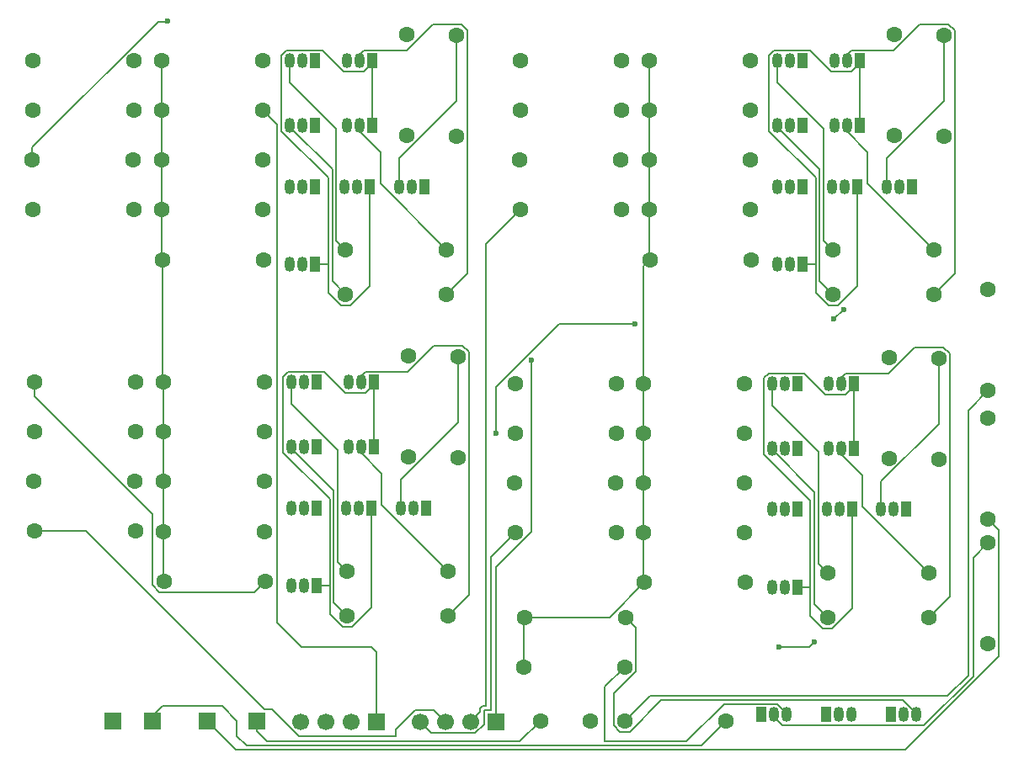
<source format=gbr>
%TF.GenerationSoftware,KiCad,Pcbnew,9.0.7*%
%TF.CreationDate,2026-01-14T18:58:22+00:00*%
%TF.ProjectId,reg,7265672e-6b69-4636-9164-5f7063625858,rev?*%
%TF.SameCoordinates,Original*%
%TF.FileFunction,Copper,L2,Bot*%
%TF.FilePolarity,Positive*%
%FSLAX46Y46*%
G04 Gerber Fmt 4.6, Leading zero omitted, Abs format (unit mm)*
G04 Created by KiCad (PCBNEW 9.0.7) date 2026-01-14 18:58:22*
%MOMM*%
%LPD*%
G01*
G04 APERTURE LIST*
%TA.AperFunction,ComponentPad*%
%ADD10C,1.700000*%
%TD*%
%TA.AperFunction,ComponentPad*%
%ADD11R,1.700000X1.700000*%
%TD*%
%TA.AperFunction,ComponentPad*%
%ADD12C,1.600000*%
%TD*%
%TA.AperFunction,ComponentPad*%
%ADD13O,1.050000X1.500000*%
%TD*%
%TA.AperFunction,ComponentPad*%
%ADD14R,1.050000X1.500000*%
%TD*%
%TA.AperFunction,ViaPad*%
%ADD15C,0.600000*%
%TD*%
%TA.AperFunction,Conductor*%
%ADD16C,0.200000*%
%TD*%
G04 APERTURE END LIST*
D10*
%TO.P,DATA_OUT,4,Pin_4*%
%TO.N,/DFlipFlop3/Q*%
X43380000Y-93000000D03*
%TO.P,DATA_OUT,3,Pin_3*%
%TO.N,/DFlipFlop2/Q*%
X45920000Y-93000000D03*
%TO.P,DATA_OUT,2,Pin_2*%
%TO.N,/DFlipFlop1/Q*%
X48460000Y-93000000D03*
D11*
%TO.P,DATA_OUT,1,Pin_1*%
%TO.N,/DFlipFlop/Q*%
X51000000Y-93000000D03*
%TD*%
D12*
%TO.P,R510,2*%
%TO.N,/DFlipFlop3/Q*%
X88040000Y-64000000D03*
%TO.P,R510,1*%
%TO.N,+5V*%
X77880000Y-64000000D03*
%TD*%
D13*
%TO.P,Q507,3,C*%
%TO.N,Net-(Q507-C)*%
X90770000Y-59000000D03*
%TO.P,Q507,2,B*%
%TO.N,Net-(Q507-B)*%
X92040000Y-59000000D03*
D14*
%TO.P,Q507,1,E*%
%TO.N,Net-(Q507-E)*%
X93310000Y-59000000D03*
%TD*%
D13*
%TO.P,Q506,3,C*%
%TO.N,Net-(Q505-E)*%
X96500000Y-65500000D03*
%TO.P,Q506,2,B*%
%TO.N,Net-(Q506-B)*%
X97770000Y-65500000D03*
D14*
%TO.P,Q506,1,E*%
%TO.N,GND*%
X99040000Y-65500000D03*
%TD*%
D12*
%TO.P,R504,2*%
%TO.N,Net-(Q502-B)*%
X75040000Y-68950000D03*
%TO.P,R504,1*%
%TO.N,/DFlipFlop3/D*%
X64880000Y-68950000D03*
%TD*%
%TO.P,R503,2*%
%TO.N,Net-(Q504-B)*%
X75120000Y-59000000D03*
%TO.P,R503,1*%
%TO.N,Net-(Q501-C)*%
X64960000Y-59000000D03*
%TD*%
%TO.P,R509,2*%
%TO.N,Net-(Q506-B)*%
X106540000Y-78000000D03*
%TO.P,R509,1*%
%TO.N,Net-(Q507-C)*%
X96380000Y-78000000D03*
%TD*%
%TO.P,R508,2*%
%TO.N,Net-(Q505-B)*%
X107540000Y-66580000D03*
%TO.P,R508,1*%
%TO.N,Net-(Q502-C)*%
X107540000Y-56420000D03*
%TD*%
%TO.P,R513,2*%
%TO.N,Net-(Q507-C)*%
X88040000Y-59000000D03*
%TO.P,R513,1*%
%TO.N,+5V*%
X77880000Y-59000000D03*
%TD*%
%TO.P,R501,2*%
%TO.N,Net-(Q501-C)*%
X88120000Y-79000000D03*
%TO.P,R501,1*%
%TO.N,+5V*%
X77960000Y-79000000D03*
%TD*%
%TO.P,R512,2*%
%TO.N,Net-(Q508-B)*%
X106540000Y-82500000D03*
%TO.P,R512,1*%
%TO.N,/DFlipFlop3/Q*%
X96380000Y-82500000D03*
%TD*%
%TO.P,R506,2*%
%TO.N,Net-(Q502-C)*%
X88040000Y-74000000D03*
%TO.P,R506,1*%
%TO.N,+5V*%
X77880000Y-74000000D03*
%TD*%
%TO.P,R502,2*%
%TO.N,Net-(Q501-B)*%
X75120000Y-73950000D03*
%TO.P,R502,1*%
%TO.N,/DFlipFlop3/D*%
X64960000Y-73950000D03*
%TD*%
%TO.P,R511,2*%
%TO.N,Net-(Q507-B)*%
X102540000Y-56340000D03*
%TO.P,R511,1*%
%TO.N,Net-(Q504-C)*%
X102540000Y-66500000D03*
%TD*%
D13*
%TO.P,Q505,3,C*%
%TO.N,/DFlipFlop3/Q*%
X90770000Y-65500000D03*
%TO.P,Q505,2,B*%
%TO.N,Net-(Q505-B)*%
X92040000Y-65500000D03*
D14*
%TO.P,Q505,1,E*%
%TO.N,Net-(Q505-E)*%
X93310000Y-65500000D03*
%TD*%
D13*
%TO.P,Q508,3,C*%
%TO.N,Net-(Q507-E)*%
X96500000Y-59000000D03*
%TO.P,Q508,2,B*%
%TO.N,Net-(Q508-B)*%
X97770000Y-59000000D03*
D14*
%TO.P,Q508,1,E*%
%TO.N,GND*%
X99040000Y-59000000D03*
%TD*%
D13*
%TO.P,Q503,3,C*%
%TO.N,Net-(Q502-E)*%
X96270000Y-71640000D03*
%TO.P,Q503,2,B*%
%TO.N,Net-(Q503-B)*%
X97540000Y-71640000D03*
D14*
%TO.P,Q503,1,E*%
%TO.N,GND*%
X98810000Y-71640000D03*
%TD*%
D13*
%TO.P,Q502,3,C*%
%TO.N,Net-(Q502-C)*%
X101770000Y-71640000D03*
%TO.P,Q502,2,B*%
%TO.N,Net-(Q502-B)*%
X103040000Y-71640000D03*
D14*
%TO.P,Q502,1,E*%
%TO.N,Net-(Q502-E)*%
X104310000Y-71640000D03*
%TD*%
D12*
%TO.P,R505,2*%
%TO.N,Net-(Q503-B)*%
X75120000Y-63950000D03*
%TO.P,R505,1*%
%TO.N,WRITE_EN*%
X64960000Y-63950000D03*
%TD*%
D13*
%TO.P,Q504,3,C*%
%TO.N,Net-(Q504-C)*%
X90770000Y-71640000D03*
%TO.P,Q504,2,B*%
%TO.N,Net-(Q504-B)*%
X92040000Y-71640000D03*
D14*
%TO.P,Q504,1,E*%
%TO.N,Net-(Q502-E)*%
X93310000Y-71640000D03*
%TD*%
D13*
%TO.P,Q501,3,C*%
%TO.N,Net-(Q501-C)*%
X90770000Y-79500000D03*
%TO.P,Q501,2,B*%
%TO.N,Net-(Q501-B)*%
X92040000Y-79500000D03*
D14*
%TO.P,Q501,1,E*%
%TO.N,GND*%
X93310000Y-79500000D03*
%TD*%
D12*
%TO.P,R507,2*%
%TO.N,Net-(Q504-C)*%
X88040000Y-69000000D03*
%TO.P,R507,1*%
%TO.N,+5V*%
X77880000Y-69000000D03*
%TD*%
%TO.P,R304,1*%
%TO.N,/DFlipFlop1/D*%
X65420000Y-36450000D03*
%TO.P,R304,2*%
%TO.N,Net-(Q302-B)*%
X75580000Y-36450000D03*
%TD*%
%TO.P,R101,1*%
%TO.N,Net-(C101-Pad2)*%
X76000000Y-92920000D03*
%TO.P,R101,2*%
%TO.N,GND*%
X86160000Y-92920000D03*
%TD*%
%TO.P,R209,1*%
%TO.N,Net-(Q207-C)*%
X47920000Y-45500000D03*
%TO.P,R209,2*%
%TO.N,Net-(Q206-B)*%
X58080000Y-45500000D03*
%TD*%
%TO.P,R212,1*%
%TO.N,/DFlipFlop/Q*%
X47920000Y-50000000D03*
%TO.P,R212,2*%
%TO.N,Net-(Q208-B)*%
X58080000Y-50000000D03*
%TD*%
D14*
%TO.P,Q404,1,E*%
%TO.N,Net-(Q402-E)*%
X44992000Y-71485000D03*
D13*
%TO.P,Q404,2,B*%
%TO.N,Net-(Q404-B)*%
X43722000Y-71485000D03*
%TO.P,Q404,3,C*%
%TO.N,Net-(Q404-C)*%
X42452000Y-71485000D03*
%TD*%
D11*
%TO.P,CLK,1,Pin_1*%
%TO.N,Net-(J101-Pin_1)*%
X39000000Y-92920000D03*
%TD*%
D14*
%TO.P,Q206,1,E*%
%TO.N,GND*%
X50580000Y-33000000D03*
D13*
%TO.P,Q206,2,B*%
%TO.N,Net-(Q206-B)*%
X49310000Y-33000000D03*
%TO.P,Q206,3,C*%
%TO.N,Net-(Q205-E)*%
X48040000Y-33000000D03*
%TD*%
D12*
%TO.P,R208,1*%
%TO.N,Net-(Q202-C)*%
X59080000Y-23920000D03*
%TO.P,R208,2*%
%TO.N,Net-(Q205-B)*%
X59080000Y-34080000D03*
%TD*%
D14*
%TO.P,Q305,1,E*%
%TO.N,Net-(Q305-E)*%
X93850000Y-33000000D03*
D13*
%TO.P,Q305,2,B*%
%TO.N,Net-(Q305-B)*%
X92580000Y-33000000D03*
%TO.P,Q305,3,C*%
%TO.N,/DFlipFlop1/Q*%
X91310000Y-33000000D03*
%TD*%
D12*
%TO.P,R201,1*%
%TO.N,+5V*%
X29500000Y-46500000D03*
%TO.P,R201,2*%
%TO.N,Net-(Q201-C)*%
X39660000Y-46500000D03*
%TD*%
%TO.P,R102,1*%
%TO.N,Net-(C101-Pad2)*%
X112500000Y-59660000D03*
%TO.P,R102,2*%
%TO.N,Net-(Q101-B)*%
X112500000Y-49500000D03*
%TD*%
D11*
%TO.P,WR_EN,1,Pin_1*%
%TO.N,Net-(J102-Pin_1)*%
X34000000Y-92920000D03*
%TD*%
D12*
%TO.P,R307,1*%
%TO.N,+5V*%
X78420000Y-36500000D03*
%TO.P,R307,2*%
%TO.N,Net-(Q304-C)*%
X88580000Y-36500000D03*
%TD*%
%TO.P,R413,1*%
%TO.N,+5V*%
X29562000Y-58845000D03*
%TO.P,R413,2*%
%TO.N,Net-(Q407-C)*%
X39722000Y-58845000D03*
%TD*%
%TO.P,R412,1*%
%TO.N,/DFlipFlop2/Q*%
X48062000Y-82345000D03*
%TO.P,R412,2*%
%TO.N,Net-(Q408-B)*%
X58222000Y-82345000D03*
%TD*%
%TO.P,R411,1*%
%TO.N,Net-(Q404-C)*%
X54222000Y-66345000D03*
%TO.P,R411,2*%
%TO.N,Net-(Q407-B)*%
X54222000Y-56185000D03*
%TD*%
D14*
%TO.P,Q204,1,E*%
%TO.N,Net-(Q202-E)*%
X44850000Y-39140000D03*
D13*
%TO.P,Q204,2,B*%
%TO.N,Net-(Q204-B)*%
X43580000Y-39140000D03*
%TO.P,Q204,3,C*%
%TO.N,Net-(Q204-C)*%
X42310000Y-39140000D03*
%TD*%
D12*
%TO.P,R204,1*%
%TO.N,/DFlipFlop/D*%
X16420000Y-36450000D03*
%TO.P,R204,2*%
%TO.N,Net-(Q202-B)*%
X26580000Y-36450000D03*
%TD*%
%TO.P,R305,1*%
%TO.N,WRITE_EN*%
X65500000Y-31450000D03*
%TO.P,R305,2*%
%TO.N,Net-(Q303-B)*%
X75660000Y-31450000D03*
%TD*%
%TO.P,R313,1*%
%TO.N,+5V*%
X78420000Y-26500000D03*
%TO.P,R313,2*%
%TO.N,Net-(Q307-C)*%
X88580000Y-26500000D03*
%TD*%
D14*
%TO.P,Q101,1,E*%
%TO.N,Net-(Q101-E)*%
X102730000Y-92280000D03*
D13*
%TO.P,Q101,2,B*%
%TO.N,Net-(Q101-B)*%
X104000000Y-92280000D03*
%TO.P,Q101,3,C*%
%TO.N,Net-(Q101-C)*%
X105270000Y-92280000D03*
%TD*%
D12*
%TO.P,R213,1*%
%TO.N,+5V*%
X29420000Y-26500000D03*
%TO.P,R213,2*%
%TO.N,Net-(Q207-C)*%
X39580000Y-26500000D03*
%TD*%
%TO.P,R301,1*%
%TO.N,+5V*%
X78500000Y-46500000D03*
%TO.P,R301,2*%
%TO.N,Net-(Q301-C)*%
X88660000Y-46500000D03*
%TD*%
%TO.P,R207,1*%
%TO.N,+5V*%
X29420000Y-36500000D03*
%TO.P,R207,2*%
%TO.N,Net-(Q204-C)*%
X39580000Y-36500000D03*
%TD*%
D14*
%TO.P,Q408,1,E*%
%TO.N,GND*%
X50722000Y-58845000D03*
D13*
%TO.P,Q408,2,B*%
%TO.N,Net-(Q408-B)*%
X49452000Y-58845000D03*
%TO.P,Q408,3,C*%
%TO.N,Net-(Q407-E)*%
X48182000Y-58845000D03*
%TD*%
D14*
%TO.P,Q207,1,E*%
%TO.N,Net-(Q207-E)*%
X44850000Y-26500000D03*
D13*
%TO.P,Q207,2,B*%
%TO.N,Net-(Q207-B)*%
X43580000Y-26500000D03*
%TO.P,Q207,3,C*%
%TO.N,Net-(Q207-C)*%
X42310000Y-26500000D03*
%TD*%
D12*
%TO.P,C101,1*%
%TO.N,Net-(J101-Pin_1)*%
X67500000Y-92920000D03*
%TO.P,C101,2*%
%TO.N,Net-(C101-Pad2)*%
X72500000Y-92920000D03*
%TD*%
%TO.P,R406,1*%
%TO.N,+5V*%
X29562000Y-73845000D03*
%TO.P,R406,2*%
%TO.N,Net-(Q402-C)*%
X39722000Y-73845000D03*
%TD*%
D14*
%TO.P,Q205,1,E*%
%TO.N,Net-(Q205-E)*%
X44850000Y-33000000D03*
D13*
%TO.P,Q205,2,B*%
%TO.N,Net-(Q205-B)*%
X43580000Y-33000000D03*
%TO.P,Q205,3,C*%
%TO.N,/DFlipFlop/Q*%
X42310000Y-33000000D03*
%TD*%
D12*
%TO.P,R410,1*%
%TO.N,+5V*%
X29562000Y-63845000D03*
%TO.P,R410,2*%
%TO.N,/DFlipFlop2/Q*%
X39722000Y-63845000D03*
%TD*%
D14*
%TO.P,Q302,1,E*%
%TO.N,Net-(Q302-E)*%
X104850000Y-39140000D03*
D13*
%TO.P,Q302,2,B*%
%TO.N,Net-(Q302-B)*%
X103580000Y-39140000D03*
%TO.P,Q302,3,C*%
%TO.N,Net-(Q302-C)*%
X102310000Y-39140000D03*
%TD*%
D12*
%TO.P,R205,1*%
%TO.N,WRITE_EN*%
X16500000Y-31450000D03*
%TO.P,R205,2*%
%TO.N,Net-(Q203-B)*%
X26660000Y-31450000D03*
%TD*%
%TO.P,R409,1*%
%TO.N,Net-(Q407-C)*%
X48062000Y-77845000D03*
%TO.P,R409,2*%
%TO.N,Net-(Q406-B)*%
X58222000Y-77845000D03*
%TD*%
D14*
%TO.P,Q303,1,E*%
%TO.N,GND*%
X99350000Y-39140000D03*
D13*
%TO.P,Q303,2,B*%
%TO.N,Net-(Q303-B)*%
X98080000Y-39140000D03*
%TO.P,Q303,3,C*%
%TO.N,Net-(Q302-E)*%
X96810000Y-39140000D03*
%TD*%
D14*
%TO.P,Q103,1,E*%
%TO.N,GND*%
X89730000Y-92280000D03*
D13*
%TO.P,Q103,2,B*%
%TO.N,Net-(Q103-B)*%
X91000000Y-92280000D03*
%TO.P,Q103,3,C*%
%TO.N,WRITE_EN*%
X92270000Y-92280000D03*
%TD*%
D14*
%TO.P,Q401,1,E*%
%TO.N,GND*%
X44992000Y-79345000D03*
D13*
%TO.P,Q401,2,B*%
%TO.N,Net-(Q401-B)*%
X43722000Y-79345000D03*
%TO.P,Q401,3,C*%
%TO.N,Net-(Q401-C)*%
X42452000Y-79345000D03*
%TD*%
D12*
%TO.P,R308,1*%
%TO.N,Net-(Q302-C)*%
X108080000Y-23920000D03*
%TO.P,R308,2*%
%TO.N,Net-(Q305-B)*%
X108080000Y-34080000D03*
%TD*%
D14*
%TO.P,Q403,1,E*%
%TO.N,GND*%
X50492000Y-71485000D03*
D13*
%TO.P,Q403,2,B*%
%TO.N,Net-(Q403-B)*%
X49222000Y-71485000D03*
%TO.P,Q403,3,C*%
%TO.N,Net-(Q402-E)*%
X47952000Y-71485000D03*
%TD*%
D12*
%TO.P,R106,1*%
%TO.N,+5V*%
X65840000Y-87500000D03*
%TO.P,R106,2*%
%TO.N,WRITE_EN*%
X76000000Y-87500000D03*
%TD*%
%TO.P,R105,1*%
%TO.N,Net-(Q101-C)*%
X112500000Y-85160000D03*
%TO.P,R105,2*%
%TO.N,Net-(Q103-B)*%
X112500000Y-75000000D03*
%TD*%
D14*
%TO.P,Q203,1,E*%
%TO.N,GND*%
X50350000Y-39140000D03*
D13*
%TO.P,Q203,2,B*%
%TO.N,Net-(Q203-B)*%
X49080000Y-39140000D03*
%TO.P,Q203,3,C*%
%TO.N,Net-(Q202-E)*%
X47810000Y-39140000D03*
%TD*%
D12*
%TO.P,R309,1*%
%TO.N,Net-(Q307-C)*%
X96920000Y-45500000D03*
%TO.P,R309,2*%
%TO.N,Net-(Q306-B)*%
X107080000Y-45500000D03*
%TD*%
%TO.P,R302,1*%
%TO.N,/DFlipFlop1/D*%
X65500000Y-41450000D03*
%TO.P,R302,2*%
%TO.N,Net-(Q301-B)*%
X75660000Y-41450000D03*
%TD*%
%TO.P,R312,1*%
%TO.N,/DFlipFlop1/Q*%
X96920000Y-50000000D03*
%TO.P,R312,2*%
%TO.N,Net-(Q308-B)*%
X107080000Y-50000000D03*
%TD*%
D14*
%TO.P,Q307,1,E*%
%TO.N,Net-(Q307-E)*%
X93850000Y-26500000D03*
D13*
%TO.P,Q307,2,B*%
%TO.N,Net-(Q307-B)*%
X92580000Y-26500000D03*
%TO.P,Q307,3,C*%
%TO.N,Net-(Q307-C)*%
X91310000Y-26500000D03*
%TD*%
D12*
%TO.P,R404,1*%
%TO.N,/DFlipFlop2/D*%
X16562000Y-68795000D03*
%TO.P,R404,2*%
%TO.N,Net-(Q402-B)*%
X26722000Y-68795000D03*
%TD*%
D14*
%TO.P,Q201,1,E*%
%TO.N,GND*%
X44850000Y-47000000D03*
D13*
%TO.P,Q201,2,B*%
%TO.N,Net-(Q201-B)*%
X43580000Y-47000000D03*
%TO.P,Q201,3,C*%
%TO.N,Net-(Q201-C)*%
X42310000Y-47000000D03*
%TD*%
D14*
%TO.P,Q306,1,E*%
%TO.N,GND*%
X99580000Y-33000000D03*
D13*
%TO.P,Q306,2,B*%
%TO.N,Net-(Q306-B)*%
X98310000Y-33000000D03*
%TO.P,Q306,3,C*%
%TO.N,Net-(Q305-E)*%
X97040000Y-33000000D03*
%TD*%
D11*
%TO.P,GND,1,Pin_1*%
%TO.N,GND*%
X28500000Y-92920000D03*
%TD*%
%TO.P,DATA_IN,1,Pin_1*%
%TO.N,/DFlipFlop/D*%
X63000000Y-93000000D03*
D10*
%TO.P,DATA_IN,2,Pin_2*%
%TO.N,/DFlipFlop1/D*%
X60460000Y-93000000D03*
%TO.P,DATA_IN,3,Pin_3*%
%TO.N,/DFlipFlop2/D*%
X57920000Y-93000000D03*
%TO.P,DATA_IN,4,Pin_4*%
%TO.N,/DFlipFlop3/D*%
X55380000Y-93000000D03*
%TD*%
D14*
%TO.P,Q308,1,E*%
%TO.N,GND*%
X99580000Y-26500000D03*
D13*
%TO.P,Q308,2,B*%
%TO.N,Net-(Q308-B)*%
X98310000Y-26500000D03*
%TO.P,Q308,3,C*%
%TO.N,Net-(Q307-E)*%
X97040000Y-26500000D03*
%TD*%
D14*
%TO.P,Q102,1,E*%
%TO.N,GND*%
X96230000Y-92280000D03*
D13*
%TO.P,Q102,2,B*%
%TO.N,Net-(Q102-B)*%
X97500000Y-92280000D03*
%TO.P,Q102,3,C*%
%TO.N,Net-(Q101-E)*%
X98770000Y-92280000D03*
%TD*%
D12*
%TO.P,R206,1*%
%TO.N,+5V*%
X29420000Y-41500000D03*
%TO.P,R206,2*%
%TO.N,Net-(Q202-C)*%
X39580000Y-41500000D03*
%TD*%
D14*
%TO.P,Q406,1,E*%
%TO.N,GND*%
X50722000Y-65345000D03*
D13*
%TO.P,Q406,2,B*%
%TO.N,Net-(Q406-B)*%
X49452000Y-65345000D03*
%TO.P,Q406,3,C*%
%TO.N,Net-(Q405-E)*%
X48182000Y-65345000D03*
%TD*%
D12*
%TO.P,R403,1*%
%TO.N,Net-(Q401-C)*%
X16642000Y-58845000D03*
%TO.P,R403,2*%
%TO.N,Net-(Q404-B)*%
X26802000Y-58845000D03*
%TD*%
%TO.P,R407,1*%
%TO.N,+5V*%
X29562000Y-68845000D03*
%TO.P,R407,2*%
%TO.N,Net-(Q404-C)*%
X39722000Y-68845000D03*
%TD*%
D14*
%TO.P,Q402,1,E*%
%TO.N,Net-(Q402-E)*%
X55992000Y-71485000D03*
D13*
%TO.P,Q402,2,B*%
%TO.N,Net-(Q402-B)*%
X54722000Y-71485000D03*
%TO.P,Q402,3,C*%
%TO.N,Net-(Q402-C)*%
X53452000Y-71485000D03*
%TD*%
D14*
%TO.P,Q407,1,E*%
%TO.N,Net-(Q407-E)*%
X44992000Y-58845000D03*
D13*
%TO.P,Q407,2,B*%
%TO.N,Net-(Q407-B)*%
X43722000Y-58845000D03*
%TO.P,Q407,3,C*%
%TO.N,Net-(Q407-C)*%
X42452000Y-58845000D03*
%TD*%
D14*
%TO.P,Q301,1,E*%
%TO.N,GND*%
X93850000Y-47000000D03*
D13*
%TO.P,Q301,2,B*%
%TO.N,Net-(Q301-B)*%
X92580000Y-47000000D03*
%TO.P,Q301,3,C*%
%TO.N,Net-(Q301-C)*%
X91310000Y-47000000D03*
%TD*%
D14*
%TO.P,Q202,1,E*%
%TO.N,Net-(Q202-E)*%
X55850000Y-39140000D03*
D13*
%TO.P,Q202,2,B*%
%TO.N,Net-(Q202-B)*%
X54580000Y-39140000D03*
%TO.P,Q202,3,C*%
%TO.N,Net-(Q202-C)*%
X53310000Y-39140000D03*
%TD*%
D12*
%TO.P,R303,1*%
%TO.N,Net-(Q301-C)*%
X65500000Y-26500000D03*
%TO.P,R303,2*%
%TO.N,Net-(Q304-B)*%
X75660000Y-26500000D03*
%TD*%
%TO.P,R103,1*%
%TO.N,Net-(J102-Pin_1)*%
X112500000Y-72580000D03*
%TO.P,R103,2*%
%TO.N,Net-(Q102-B)*%
X112500000Y-62420000D03*
%TD*%
%TO.P,R306,1*%
%TO.N,+5V*%
X78420000Y-41500000D03*
%TO.P,R306,2*%
%TO.N,Net-(Q302-C)*%
X88580000Y-41500000D03*
%TD*%
%TO.P,R202,1*%
%TO.N,/DFlipFlop/D*%
X16500000Y-41450000D03*
%TO.P,R202,2*%
%TO.N,Net-(Q201-B)*%
X26660000Y-41450000D03*
%TD*%
%TO.P,R203,1*%
%TO.N,Net-(Q201-C)*%
X16500000Y-26500000D03*
%TO.P,R203,2*%
%TO.N,Net-(Q204-B)*%
X26660000Y-26500000D03*
%TD*%
D14*
%TO.P,Q208,1,E*%
%TO.N,GND*%
X50580000Y-26500000D03*
D13*
%TO.P,Q208,2,B*%
%TO.N,Net-(Q208-B)*%
X49310000Y-26500000D03*
%TO.P,Q208,3,C*%
%TO.N,Net-(Q207-E)*%
X48040000Y-26500000D03*
%TD*%
D12*
%TO.P,R311,1*%
%TO.N,Net-(Q304-C)*%
X103080000Y-34000000D03*
%TO.P,R311,2*%
%TO.N,Net-(Q307-B)*%
X103080000Y-23840000D03*
%TD*%
D11*
%TO.P,+5V,1,Pin_1*%
%TO.N,+5V*%
X24500000Y-92920000D03*
%TD*%
D12*
%TO.P,R401,1*%
%TO.N,+5V*%
X29642000Y-78845000D03*
%TO.P,R401,2*%
%TO.N,Net-(Q401-C)*%
X39802000Y-78845000D03*
%TD*%
%TO.P,R104,1*%
%TO.N,+5V*%
X65920000Y-82500000D03*
%TO.P,R104,2*%
%TO.N,Net-(Q101-C)*%
X76080000Y-82500000D03*
%TD*%
%TO.P,R211,1*%
%TO.N,Net-(Q204-C)*%
X54080000Y-34000000D03*
%TO.P,R211,2*%
%TO.N,Net-(Q207-B)*%
X54080000Y-23840000D03*
%TD*%
%TO.P,R408,1*%
%TO.N,Net-(Q402-C)*%
X59222000Y-56265000D03*
%TO.P,R408,2*%
%TO.N,Net-(Q405-B)*%
X59222000Y-66425000D03*
%TD*%
%TO.P,R310,1*%
%TO.N,+5V*%
X78420000Y-31500000D03*
%TO.P,R310,2*%
%TO.N,/DFlipFlop1/Q*%
X88580000Y-31500000D03*
%TD*%
D14*
%TO.P,Q405,1,E*%
%TO.N,Net-(Q405-E)*%
X44992000Y-65345000D03*
D13*
%TO.P,Q405,2,B*%
%TO.N,Net-(Q405-B)*%
X43722000Y-65345000D03*
%TO.P,Q405,3,C*%
%TO.N,/DFlipFlop2/Q*%
X42452000Y-65345000D03*
%TD*%
D14*
%TO.P,Q304,1,E*%
%TO.N,Net-(Q302-E)*%
X93850000Y-39140000D03*
D13*
%TO.P,Q304,2,B*%
%TO.N,Net-(Q304-B)*%
X92580000Y-39140000D03*
%TO.P,Q304,3,C*%
%TO.N,Net-(Q304-C)*%
X91310000Y-39140000D03*
%TD*%
D12*
%TO.P,R210,1*%
%TO.N,+5V*%
X29420000Y-31500000D03*
%TO.P,R210,2*%
%TO.N,/DFlipFlop/Q*%
X39580000Y-31500000D03*
%TD*%
%TO.P,R402,1*%
%TO.N,/DFlipFlop2/D*%
X16642000Y-73795000D03*
%TO.P,R402,2*%
%TO.N,Net-(Q401-B)*%
X26802000Y-73795000D03*
%TD*%
%TO.P,R405,1*%
%TO.N,WRITE_EN*%
X16642000Y-63795000D03*
%TO.P,R405,2*%
%TO.N,Net-(Q403-B)*%
X26802000Y-63795000D03*
%TD*%
D15*
%TO.N,/DFlipFlop3/Q*%
X95000000Y-85000000D03*
X91500000Y-85500000D03*
%TO.N,/DFlipFlop1/Q*%
X98000000Y-51500000D03*
X97000000Y-52500000D03*
X77000000Y-53000000D03*
X63000000Y-64000000D03*
%TO.N,/DFlipFlop/D*%
X30000000Y-22500000D03*
X66601000Y-56601000D03*
%TD*%
D16*
%TO.N,Net-(Q508-B)*%
X108641000Y-80399000D02*
X108641000Y-55963950D01*
X106540000Y-82500000D02*
X108641000Y-80399000D01*
%TO.N,+5V*%
X74460000Y-82500000D02*
X77960000Y-79000000D01*
X65920000Y-82500000D02*
X74460000Y-82500000D01*
X65840000Y-82580000D02*
X65920000Y-82500000D01*
X65840000Y-87500000D02*
X65840000Y-82580000D01*
%TO.N,/DFlipFlop3/Q*%
X94500000Y-85500000D02*
X95000000Y-85000000D01*
X91500000Y-85500000D02*
X94500000Y-85500000D01*
%TO.N,/DFlipFlop1/Q*%
X97000000Y-52500000D02*
X98000000Y-51500000D01*
X69352057Y-53000000D02*
X77000000Y-53000000D01*
X63000000Y-59352057D02*
X69352057Y-53000000D01*
X63000000Y-64000000D02*
X63000000Y-59352057D01*
%TO.N,/DFlipFlop/Q*%
X51000000Y-86000000D02*
X51000000Y-93000000D01*
X50500000Y-85500000D02*
X51000000Y-86000000D01*
X41002000Y-83002000D02*
X41002000Y-32922000D01*
X43500000Y-85500000D02*
X41002000Y-83002000D01*
X50500000Y-85500000D02*
X43500000Y-85500000D01*
X41002000Y-32922000D02*
X39580000Y-31500000D01*
%TO.N,/DFlipFlop/D*%
X66601000Y-73866050D02*
X63000000Y-77467050D01*
X66601000Y-56601000D02*
X66601000Y-73866050D01*
X63000000Y-77467050D02*
X63000000Y-93000000D01*
X29948525Y-22551475D02*
X30000000Y-22500000D01*
X29051475Y-22551475D02*
X29948525Y-22551475D01*
X29051475Y-22551475D02*
X16420000Y-35182950D01*
%TO.N,/DFlipFlop1/D*%
X62000000Y-44950000D02*
X65500000Y-41450000D01*
X62000000Y-91448000D02*
X62000000Y-44950000D01*
X61448000Y-91682900D02*
X61682900Y-91448000D01*
X61448000Y-92012000D02*
X61448000Y-91682900D01*
X61682900Y-91448000D02*
X62000000Y-91448000D01*
X60460000Y-93000000D02*
X61448000Y-92012000D01*
%TO.N,/DFlipFlop3/D*%
X62500000Y-76410000D02*
X64960000Y-73950000D01*
X62500000Y-91849000D02*
X62500000Y-76410000D01*
X61849000Y-93238760D02*
X61849000Y-91849000D01*
X60936760Y-94151000D02*
X61849000Y-93238760D01*
X55380000Y-93000000D02*
X56531000Y-94151000D01*
X56531000Y-94151000D02*
X60936760Y-94151000D01*
X61849000Y-91849000D02*
X62500000Y-91849000D01*
%TO.N,Net-(J101-Pin_1)*%
X40040000Y-95000000D02*
X39000000Y-93960000D01*
X65420000Y-95000000D02*
X40040000Y-95000000D01*
X67500000Y-92920000D02*
X65420000Y-95000000D01*
X39000000Y-93960000D02*
X39000000Y-92920000D01*
%TO.N,/DFlipFlop/D*%
X16420000Y-35182950D02*
X16420000Y-36450000D01*
%TO.N,Net-(Q401-C)*%
X38701000Y-79946000D02*
X39802000Y-78845000D01*
X29185950Y-79946000D02*
X38701000Y-79946000D01*
X16642000Y-60272050D02*
X28461000Y-72091050D01*
X28461000Y-72091050D02*
X28461000Y-79221050D01*
X16642000Y-58845000D02*
X16642000Y-60272050D01*
X28461000Y-79221050D02*
X29185950Y-79946000D01*
%TO.N,+5V*%
X77880000Y-47120000D02*
X78500000Y-46500000D01*
X77880000Y-59000000D02*
X77880000Y-47120000D01*
X29500000Y-46500000D02*
X29500000Y-58783000D01*
X29500000Y-58783000D02*
X29562000Y-58845000D01*
%TO.N,Net-(Q101-C)*%
X77101000Y-83521000D02*
X76080000Y-82500000D01*
X77101000Y-87956050D02*
X77101000Y-83521000D01*
X74899000Y-90158050D02*
X77101000Y-87956050D01*
X75521000Y-94021000D02*
X74899000Y-93399000D01*
X76456050Y-94021000D02*
X75521000Y-94021000D01*
X103941140Y-90828000D02*
X79649050Y-90828000D01*
X105270000Y-92156860D02*
X103941140Y-90828000D01*
X74899000Y-93399000D02*
X74899000Y-90158050D01*
X105270000Y-92280000D02*
X105270000Y-92156860D01*
X79649050Y-90828000D02*
X76456050Y-94021000D01*
%TO.N,WRITE_EN*%
X91342140Y-91229000D02*
X92270000Y-92156860D01*
X92270000Y-92156860D02*
X92270000Y-92280000D01*
X82190750Y-95000000D02*
X85961750Y-91229000D01*
X85961750Y-91229000D02*
X91342140Y-91229000D01*
X74000000Y-95000000D02*
X82190750Y-95000000D01*
X74000000Y-89500000D02*
X74000000Y-95000000D01*
X76000000Y-87500000D02*
X74000000Y-89500000D01*
%TO.N,/DFlipFlop3/Q*%
X96380000Y-82500000D02*
X95043000Y-81163000D01*
X95043000Y-69896140D02*
X90770000Y-65623140D01*
X90770000Y-65623140D02*
X90770000Y-65500000D01*
%TO.N,GND*%
X96157860Y-60051000D02*
X98214000Y-60051000D01*
X98810000Y-81627050D02*
X96836050Y-83601000D01*
X94642000Y-79500000D02*
X94642000Y-70765140D01*
X89944000Y-66067140D02*
X89944000Y-58432860D01*
X90427860Y-57949000D02*
X94055860Y-57949000D01*
X99040000Y-59225000D02*
X99040000Y-59000000D01*
X94642000Y-70765140D02*
X89944000Y-66067140D01*
%TO.N,/DFlipFlop3/Q*%
X95043000Y-81163000D02*
X95043000Y-69896140D01*
%TO.N,GND*%
X96836050Y-83601000D02*
X95923950Y-83601000D01*
X95923950Y-83601000D02*
X94642000Y-82319050D01*
X89944000Y-58432860D02*
X90427860Y-57949000D01*
X98214000Y-60051000D02*
X99040000Y-59225000D01*
X94642000Y-82319050D02*
X94642000Y-79500000D01*
%TO.N,Net-(Q502-C)*%
X107540000Y-63057050D02*
X101770000Y-68827050D01*
X107540000Y-56420000D02*
X107540000Y-63057050D01*
%TO.N,GND*%
X98810000Y-71640000D02*
X98810000Y-81627050D01*
X99040000Y-59000000D02*
X99040000Y-65500000D01*
X93310000Y-79500000D02*
X94642000Y-79500000D01*
%TO.N,Net-(Q502-C)*%
X101770000Y-68827050D02*
X101770000Y-71640000D01*
%TO.N,GND*%
X94055860Y-57949000D02*
X96157860Y-60051000D01*
%TO.N,+5V*%
X77880000Y-59000000D02*
X77880000Y-78920000D01*
%TO.N,Net-(Q508-B)*%
X107996050Y-55319000D02*
X105118050Y-55319000D01*
%TO.N,Net-(Q507-C)*%
X95444000Y-65837140D02*
X95444000Y-77064000D01*
X90770000Y-59000000D02*
X90770000Y-61163140D01*
%TO.N,Net-(Q506-B)*%
X99866000Y-68203000D02*
X97770000Y-66107000D01*
X97770000Y-66107000D02*
X97770000Y-65500000D01*
%TO.N,Net-(Q508-B)*%
X98214000Y-57949000D02*
X97770000Y-58393000D01*
X108641000Y-55963950D02*
X107996050Y-55319000D01*
X102488050Y-57949000D02*
X98214000Y-57949000D01*
%TO.N,Net-(Q507-C)*%
X90770000Y-61163140D02*
X95444000Y-65837140D01*
X95444000Y-77064000D02*
X96380000Y-78000000D01*
%TO.N,Net-(Q508-B)*%
X97770000Y-58393000D02*
X97770000Y-59000000D01*
X105118050Y-55319000D02*
X102488050Y-57949000D01*
%TO.N,+5V*%
X77880000Y-78920000D02*
X77960000Y-79000000D01*
%TO.N,Net-(Q506-B)*%
X99866000Y-71326000D02*
X99866000Y-68203000D01*
X106540000Y-78000000D02*
X99866000Y-71326000D01*
%TO.N,+5V*%
X29562000Y-58845000D02*
X29562000Y-78765000D01*
X29562000Y-78765000D02*
X29642000Y-78845000D01*
%TO.N,Net-(Q408-B)*%
X60323000Y-55808950D02*
X59678050Y-55164000D01*
X60323000Y-80244000D02*
X60323000Y-55808950D01*
X54170050Y-57794000D02*
X49896000Y-57794000D01*
X59678050Y-55164000D02*
X56800050Y-55164000D01*
X56800050Y-55164000D02*
X54170050Y-57794000D01*
X49896000Y-57794000D02*
X49452000Y-58238000D01*
X58222000Y-82345000D02*
X60323000Y-80244000D01*
X49452000Y-58238000D02*
X49452000Y-58845000D01*
%TO.N,Net-(Q407-C)*%
X47126000Y-65682140D02*
X47126000Y-76909000D01*
X42452000Y-58845000D02*
X42452000Y-61008140D01*
X47126000Y-76909000D02*
X48062000Y-77845000D01*
X42452000Y-61008140D02*
X47126000Y-65682140D01*
%TO.N,Net-(Q406-B)*%
X58222000Y-77845000D02*
X51548000Y-71171000D01*
X51548000Y-71171000D02*
X51548000Y-68048000D01*
X49452000Y-65952000D02*
X49452000Y-65345000D01*
X51548000Y-68048000D02*
X49452000Y-65952000D01*
%TO.N,Net-(Q402-C)*%
X59222000Y-56265000D02*
X59222000Y-62902050D01*
X59222000Y-62902050D02*
X53452000Y-68672050D01*
X53452000Y-68672050D02*
X53452000Y-71485000D01*
%TO.N,GND*%
X45737860Y-57794000D02*
X47839860Y-59896000D01*
X50722000Y-58845000D02*
X50722000Y-65345000D01*
X49896000Y-59896000D02*
X50722000Y-59070000D01*
X44992000Y-79345000D02*
X46324000Y-79345000D01*
X41626000Y-58277860D02*
X42109860Y-57794000D01*
X50492000Y-71485000D02*
X50492000Y-81472050D01*
X46324000Y-82164050D02*
X46324000Y-79345000D01*
X50492000Y-81472050D02*
X48518050Y-83446000D01*
X47605950Y-83446000D02*
X46324000Y-82164050D01*
X46324000Y-70610140D02*
X41626000Y-65912140D01*
X47839860Y-59896000D02*
X49896000Y-59896000D01*
X42109860Y-57794000D02*
X45737860Y-57794000D01*
X41626000Y-65912140D02*
X41626000Y-58277860D01*
X46324000Y-79345000D02*
X46324000Y-70610140D01*
X50722000Y-59070000D02*
X50722000Y-58845000D01*
X48518050Y-83446000D02*
X47605950Y-83446000D01*
%TO.N,/DFlipFlop2/Q*%
X42452000Y-65468140D02*
X42452000Y-65345000D01*
X46725000Y-81008000D02*
X46725000Y-69741140D01*
X46725000Y-69741140D02*
X42452000Y-65468140D01*
X48062000Y-82345000D02*
X46725000Y-81008000D01*
%TO.N,+5V*%
X78420000Y-26500000D02*
X78420000Y-46420000D01*
X78420000Y-46420000D02*
X78500000Y-46500000D01*
%TO.N,Net-(Q308-B)*%
X109181000Y-23463950D02*
X108536050Y-22819000D01*
X109181000Y-47899000D02*
X109181000Y-23463950D01*
X103028050Y-25449000D02*
X98754000Y-25449000D01*
X108536050Y-22819000D02*
X105658050Y-22819000D01*
X105658050Y-22819000D02*
X103028050Y-25449000D01*
X98754000Y-25449000D02*
X98310000Y-25893000D01*
X107080000Y-50000000D02*
X109181000Y-47899000D01*
X98310000Y-25893000D02*
X98310000Y-26500000D01*
%TO.N,Net-(Q307-C)*%
X95984000Y-33337140D02*
X95984000Y-44564000D01*
X91310000Y-26500000D02*
X91310000Y-28663140D01*
X95984000Y-44564000D02*
X96920000Y-45500000D01*
X91310000Y-28663140D02*
X95984000Y-33337140D01*
%TO.N,Net-(Q306-B)*%
X107080000Y-45500000D02*
X100406000Y-38826000D01*
X100406000Y-38826000D02*
X100406000Y-35703000D01*
X98310000Y-33607000D02*
X98310000Y-33000000D01*
X100406000Y-35703000D02*
X98310000Y-33607000D01*
%TO.N,Net-(Q302-C)*%
X108080000Y-23920000D02*
X108080000Y-30557050D01*
X108080000Y-30557050D02*
X102310000Y-36327050D01*
X102310000Y-36327050D02*
X102310000Y-39140000D01*
%TO.N,GND*%
X94595860Y-25449000D02*
X96697860Y-27551000D01*
X99580000Y-26500000D02*
X99580000Y-33000000D01*
X98754000Y-27551000D02*
X99580000Y-26725000D01*
X93850000Y-47000000D02*
X95182000Y-47000000D01*
X90484000Y-25932860D02*
X90967860Y-25449000D01*
X99350000Y-39140000D02*
X99350000Y-49127050D01*
X95182000Y-49819050D02*
X95182000Y-47000000D01*
X99350000Y-49127050D02*
X97376050Y-51101000D01*
X96463950Y-51101000D02*
X95182000Y-49819050D01*
X95182000Y-38265140D02*
X90484000Y-33567140D01*
X96697860Y-27551000D02*
X98754000Y-27551000D01*
X90967860Y-25449000D02*
X94595860Y-25449000D01*
X90484000Y-33567140D02*
X90484000Y-25932860D01*
X95182000Y-47000000D02*
X95182000Y-38265140D01*
X99580000Y-26725000D02*
X99580000Y-26500000D01*
X97376050Y-51101000D02*
X96463950Y-51101000D01*
%TO.N,/DFlipFlop1/Q*%
X91310000Y-33123140D02*
X91310000Y-33000000D01*
X95583000Y-48663000D02*
X95583000Y-37396140D01*
X95583000Y-37396140D02*
X91310000Y-33123140D01*
X96920000Y-50000000D02*
X95583000Y-48663000D01*
%TO.N,Net-(C101-Pad2)*%
X110500000Y-88352900D02*
X108432900Y-90420000D01*
X112500000Y-59660000D02*
X110500000Y-61660000D01*
X78500000Y-90420000D02*
X76000000Y-92920000D01*
X110500000Y-61660000D02*
X110500000Y-88352900D01*
X108432900Y-90420000D02*
X78500000Y-90420000D01*
%TO.N,/DFlipFlop/Q*%
X47920000Y-50000000D02*
X46583000Y-48663000D01*
X46583000Y-37396140D02*
X42310000Y-33123140D01*
X46583000Y-48663000D02*
X46583000Y-37396140D01*
X42310000Y-33123140D02*
X42310000Y-33000000D01*
%TO.N,Net-(J102-Pin_1)*%
X104168100Y-95819000D02*
X113601000Y-86386100D01*
X113601000Y-73681000D02*
X112500000Y-72580000D01*
X36899000Y-95819000D02*
X104168100Y-95819000D01*
X34000000Y-92920000D02*
X36899000Y-95819000D01*
X113601000Y-86386100D02*
X113601000Y-73681000D01*
%TO.N,GND*%
X48376050Y-51101000D02*
X47463950Y-51101000D01*
X50580000Y-26725000D02*
X50580000Y-26500000D01*
X37998000Y-95418000D02*
X83662000Y-95418000D01*
X46182000Y-47000000D02*
X46182000Y-38265140D01*
X41484000Y-33567140D02*
X41484000Y-25932860D01*
X41967860Y-25449000D02*
X45595860Y-25449000D01*
X28000000Y-92920000D02*
X29500000Y-91420000D01*
X37000000Y-92920000D02*
X37000000Y-94420000D01*
X47697860Y-27551000D02*
X49754000Y-27551000D01*
X46182000Y-38265140D02*
X41484000Y-33567140D01*
X47463950Y-51101000D02*
X46182000Y-49819050D01*
X50350000Y-49127050D02*
X48376050Y-51101000D01*
X29500000Y-91420000D02*
X35500000Y-91420000D01*
X37000000Y-94420000D02*
X37998000Y-95418000D01*
X83662000Y-95418000D02*
X86160000Y-92920000D01*
X46182000Y-49819050D02*
X46182000Y-47000000D01*
X50350000Y-39140000D02*
X50350000Y-49127050D01*
X41484000Y-25932860D02*
X41967860Y-25449000D01*
X44850000Y-47000000D02*
X46182000Y-47000000D01*
X49754000Y-27551000D02*
X50580000Y-26725000D01*
X50580000Y-26500000D02*
X50580000Y-33000000D01*
X35500000Y-91420000D02*
X37000000Y-92920000D01*
X45595860Y-25449000D02*
X47697860Y-27551000D01*
%TO.N,Net-(Q103-B)*%
X91000000Y-92505000D02*
X91826000Y-93331000D01*
X91826000Y-93331000D02*
X106089000Y-93331000D01*
X111000000Y-76500000D02*
X112500000Y-75000000D01*
X91000000Y-92280000D02*
X91000000Y-92505000D01*
X106089000Y-93331000D02*
X111000000Y-88420000D01*
X111000000Y-88420000D02*
X111000000Y-76500000D01*
%TO.N,Net-(Q202-C)*%
X53310000Y-36327050D02*
X53310000Y-39140000D01*
X59080000Y-30557050D02*
X53310000Y-36327050D01*
X59080000Y-23920000D02*
X59080000Y-30557050D01*
%TO.N,Net-(Q206-B)*%
X51406000Y-35703000D02*
X49310000Y-33607000D01*
X49310000Y-33607000D02*
X49310000Y-33000000D01*
X51406000Y-38826000D02*
X51406000Y-35703000D01*
X58080000Y-45500000D02*
X51406000Y-38826000D01*
%TO.N,Net-(Q207-C)*%
X42310000Y-28663140D02*
X46984000Y-33337140D01*
X46984000Y-44564000D02*
X47920000Y-45500000D01*
X42310000Y-26500000D02*
X42310000Y-28663140D01*
X46984000Y-33337140D02*
X46984000Y-44564000D01*
%TO.N,Net-(Q208-B)*%
X49310000Y-25893000D02*
X49310000Y-26500000D01*
X58080000Y-50000000D02*
X60181000Y-47899000D01*
X49754000Y-25449000D02*
X49310000Y-25893000D01*
X56658050Y-22819000D02*
X54028050Y-25449000D01*
X59536050Y-22819000D02*
X56658050Y-22819000D01*
X54028050Y-25449000D02*
X49754000Y-25449000D01*
X60181000Y-47899000D02*
X60181000Y-23463950D01*
X60181000Y-23463950D02*
X59536050Y-22819000D01*
%TO.N,WRITE_EN*%
X92270000Y-92055000D02*
X92270000Y-92280000D01*
%TO.N,+5V*%
X29420000Y-46420000D02*
X29500000Y-46500000D01*
X29420000Y-26500000D02*
X29420000Y-46420000D01*
%TO.N,/DFlipFlop2/D*%
X21795000Y-73795000D02*
X16642000Y-73795000D01*
X53000000Y-94500000D02*
X43252240Y-94500000D01*
X53000000Y-93752240D02*
X53000000Y-94500000D01*
X40521240Y-91769000D02*
X39769000Y-91769000D01*
X54903240Y-91849000D02*
X53000000Y-93752240D01*
X39769000Y-91769000D02*
X21795000Y-73795000D01*
X56769000Y-91849000D02*
X54903240Y-91849000D01*
X57920000Y-93000000D02*
X56769000Y-91849000D01*
X43252240Y-94500000D02*
X40521240Y-91769000D01*
%TD*%
M02*

</source>
